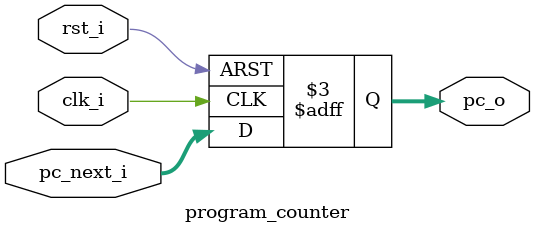
<source format=sv>
module program_counter #( parameter RegBits=32)
(
    input logic  clk_i, rst_i,
    input logic [RegBits-1:0] pc_next_i,
    output logic  [RegBits-1:0] pc_o
);
    always_ff @(posedge clk_i or negedge rst_i) begin
        if (!rst_i) pc_o <= 'b0;
        else pc_o <= pc_next_i;
    end
endmodule


</source>
